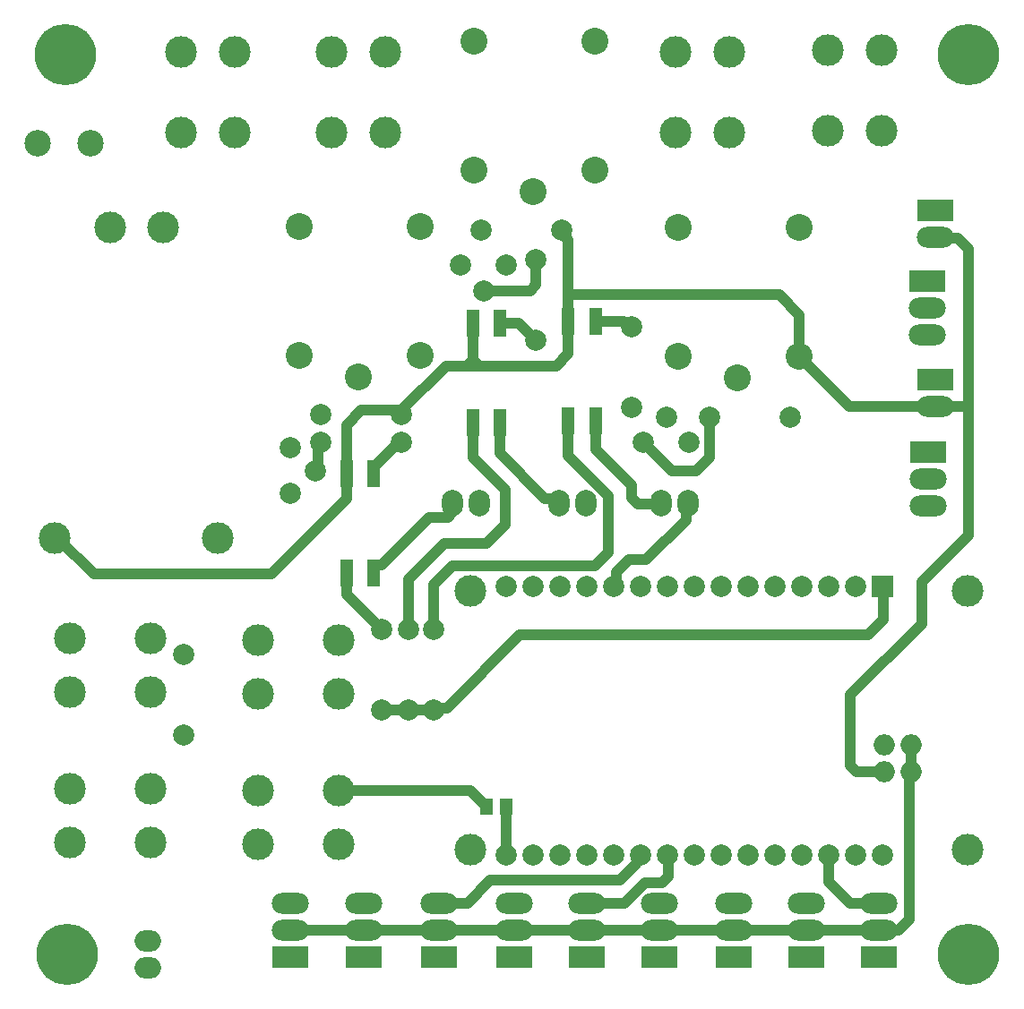
<source format=gtl>
G04*
G04 #@! TF.GenerationSoftware,Altium Limited,Altium Designer,20.0.13 (296)*
G04*
G04 Layer_Physical_Order=1*
G04 Layer_Color=255*
%FSLAX25Y25*%
%MOIN*%
G70*
G01*
G75*
%ADD33R,0.05118X0.05906*%
%ADD34R,0.05118X0.09843*%
%ADD35C,0.03937*%
%ADD36C,0.11811*%
%ADD37C,0.07874*%
%ADD38R,0.07874X0.07874*%
%ADD39O,0.09843X0.07874*%
%ADD40O,0.13780X0.07874*%
%ADD41R,0.13780X0.07874*%
%ADD42O,0.07874X0.07874*%
%ADD43O,0.07874X0.07874*%
%ADD44C,0.09843*%
%ADD45O,0.07874X0.09843*%
%ADD46C,0.10000*%
%ADD47C,0.22835*%
%ADD48C,0.03937*%
D33*
X183500Y75000D02*
D03*
X176020D02*
D03*
D34*
X206480Y255504D02*
D03*
X216520D02*
D03*
Y218496D02*
D03*
X206480D02*
D03*
X170980Y255004D02*
D03*
X181020D02*
D03*
Y217996D02*
D03*
X170980D02*
D03*
X123980Y199004D02*
D03*
X134020D02*
D03*
Y161996D02*
D03*
X123980D02*
D03*
D35*
X161253Y111753D02*
X188500Y139000D01*
X318000D01*
X323583Y144583D01*
X15370Y175000D02*
X16500D01*
X30000Y161500D02*
X96000D01*
X16500Y175000D02*
X30000Y161500D01*
X96000D02*
X123980Y189480D01*
X168674Y239000D02*
X173287D01*
X338000Y143000D02*
Y158500D01*
X311500Y90306D02*
Y116500D01*
X313806Y88000D02*
X324000D01*
X311500Y90306D02*
X313806Y88000D01*
X311500Y116500D02*
X338000Y143000D01*
X323583Y144583D02*
Y152500D01*
X156500Y111000D02*
X157253Y111753D01*
X161253D01*
X147000Y111000D02*
X156500D01*
X177500Y47500D02*
X225533D01*
X231532Y53499D01*
Y53966D02*
X233500Y55935D01*
X231532Y53499D02*
Y53966D01*
X233500Y55935D02*
Y57000D01*
X169000Y39000D02*
X177500Y47500D01*
X158500Y39000D02*
X169000D01*
X186500Y29000D02*
X213500D01*
X158500D02*
X186500D01*
X130500Y29000D02*
X158500Y29000D01*
X101500Y29000D02*
X130500D01*
X121000Y81000D02*
X170020D01*
X175035Y75984D01*
X175429D01*
X176020Y75394D01*
Y75000D02*
Y75394D01*
X123980Y154020D02*
Y161996D01*
X137000Y141000D02*
X137000D01*
X123980Y154020D02*
X137000Y141000D01*
X303500Y47000D02*
Y57000D01*
Y47000D02*
X311500Y39000D01*
X322000D01*
X213500D02*
X227504D01*
X235000Y46496D01*
X322000Y29000D02*
X329500D01*
X295000D02*
X322000D01*
X268000D02*
X295000D01*
X240500D02*
X268000D01*
X213500D02*
X240500D01*
X329500D02*
X333500Y33000D01*
Y87500D02*
X334000Y88000D01*
X333500Y33000D02*
Y87500D01*
X343000Y287000D02*
X343499Y286501D01*
X351499D01*
X355500Y282500D01*
Y224000D02*
Y282500D01*
X292500Y242500D02*
X311000Y224000D01*
X343000D01*
X355500Y176000D02*
Y224000D01*
X343000D02*
X355500D01*
X338000Y158500D02*
X355500Y176000D01*
X235500Y167000D02*
X250247Y181747D01*
Y183747D01*
X229000Y167000D02*
X235500D01*
X250247Y183747D02*
X251000Y184500D01*
X147000Y159500D02*
X160500Y173000D01*
X176000D02*
X183000Y180000D01*
X160500Y173000D02*
X176000D01*
X183000Y180000D02*
Y193000D01*
X170980Y205020D02*
X183000Y193000D01*
X170980Y205020D02*
Y217996D01*
X181020Y206480D02*
Y217996D01*
X197762Y189738D02*
X201181D01*
X202000Y185500D02*
Y188919D01*
X201181Y189738D02*
X202000Y188919D01*
X181020Y206480D02*
X197762Y189738D01*
X230000Y189806D02*
Y194500D01*
Y189806D02*
X232306Y187500D01*
X240141D01*
X223421Y156346D02*
X224175Y157100D01*
Y162186D01*
X123980Y199004D02*
Y216980D01*
X183500Y59000D02*
Y74016D01*
X235000Y46496D02*
X241276D01*
X243583Y48802D02*
Y56496D01*
X241276Y46496D02*
X243583Y48802D01*
X334000Y88000D02*
Y98000D01*
X123980Y189480D02*
Y199004D01*
X206480Y265500D02*
X285000D01*
X292500Y258000D01*
X206480Y255504D02*
Y265500D01*
Y285954D01*
X292500Y242500D02*
Y258000D01*
X224336Y162336D02*
X229000Y167000D01*
X259000Y205000D02*
Y220000D01*
X254000Y200000D02*
X259000Y205000D01*
X245000Y200000D02*
X254000D01*
X234500Y210500D02*
X245000Y200000D01*
X216520Y207980D02*
X230000Y194500D01*
X206480Y205520D02*
X221500Y190500D01*
Y169500D02*
Y190500D01*
X216500Y164500D02*
X221500Y169500D01*
X216520Y207980D02*
Y218496D01*
X206480Y205520D02*
Y218496D01*
X163500Y164500D02*
X216500D01*
X156500Y157500D02*
X163500Y164500D01*
X156500Y141000D02*
Y157500D01*
X147000Y141000D02*
Y159500D01*
X134020Y161996D02*
Y164358D01*
X134610Y164949D01*
X136972D01*
X154786Y182762D01*
X161762D01*
X163500Y184500D01*
X112500Y200000D02*
X113253Y200753D01*
Y208688D01*
X114500Y209935D01*
Y211000D01*
X134020Y199004D02*
Y201366D01*
X143654Y211000D01*
X144500D01*
X123980Y216980D02*
X129500Y222500D01*
X144500D01*
X181020Y255004D02*
X187996D01*
X194500Y248500D01*
X175000Y267000D02*
X192194D01*
X194500Y269306D02*
Y278500D01*
X192194Y267000D02*
X194500Y269306D01*
X216520Y255504D02*
X226931D01*
X228935Y253500D01*
X230000D01*
X204000Y288435D02*
X206480Y285954D01*
X204000Y288435D02*
Y289500D01*
X161000Y239000D02*
X168674D01*
X170980Y241306D01*
X144500Y222500D02*
X161000Y239000D01*
X206480Y243480D02*
Y255504D01*
X202000Y239000D02*
X206480Y243480D01*
X173287Y239000D02*
X202000D01*
X170980Y241306D02*
Y255004D01*
Y241306D02*
X173287Y239000D01*
X243500Y56579D02*
X243583Y56496D01*
X137000Y111000D02*
X147000D01*
X323421Y56346D02*
X324175Y55593D01*
D36*
X354839Y155347D02*
D03*
Y58850D02*
D03*
X169996D02*
D03*
Y155347D02*
D03*
X91000Y137000D02*
D03*
X121000D02*
D03*
X91000Y117000D02*
D03*
X121000D02*
D03*
X15370Y175000D02*
D03*
X76000D02*
D03*
X35842Y290748D02*
D03*
X55528D02*
D03*
X323000Y356500D02*
D03*
Y326500D02*
D03*
X303000Y356500D02*
D03*
Y326500D02*
D03*
X266500Y356000D02*
D03*
Y326000D02*
D03*
X246500Y356000D02*
D03*
Y326000D02*
D03*
X138500Y356000D02*
D03*
Y326000D02*
D03*
X118500Y356000D02*
D03*
Y326000D02*
D03*
X82500Y356000D02*
D03*
Y326000D02*
D03*
X62500Y356000D02*
D03*
Y326000D02*
D03*
X51000Y117500D02*
D03*
X21000D02*
D03*
X51000Y137500D02*
D03*
X21000D02*
D03*
X121000Y61000D02*
D03*
X91000D02*
D03*
X121000Y81000D02*
D03*
X91000D02*
D03*
X51000Y61500D02*
D03*
X21000D02*
D03*
X51000Y81500D02*
D03*
X21000D02*
D03*
D37*
X183500Y57000D02*
D03*
X193500D02*
D03*
X203500D02*
D03*
X213500D02*
D03*
X223500D02*
D03*
X233500D02*
D03*
X243500D02*
D03*
X253500D02*
D03*
X263500D02*
D03*
X273500D02*
D03*
X283500D02*
D03*
X293500D02*
D03*
X303500D02*
D03*
X313500D02*
D03*
X323500D02*
D03*
X183500Y157000D02*
D03*
X193500D02*
D03*
X203500D02*
D03*
X213500D02*
D03*
X223500D02*
D03*
X233500D02*
D03*
X243500D02*
D03*
X253500D02*
D03*
X263500D02*
D03*
X273500D02*
D03*
X283500D02*
D03*
X293500D02*
D03*
X303500D02*
D03*
X313500D02*
D03*
X63500Y131500D02*
D03*
Y101500D02*
D03*
X114500Y210500D02*
D03*
X144500D02*
D03*
X194500Y278500D02*
D03*
Y248500D02*
D03*
X230000Y223500D02*
D03*
Y253500D02*
D03*
X156500Y141000D02*
D03*
Y111000D02*
D03*
X147000Y141000D02*
D03*
Y111000D02*
D03*
X137000Y141000D02*
D03*
Y111000D02*
D03*
X251500Y210500D02*
D03*
X243000Y220000D02*
D03*
X234500Y210500D02*
D03*
X259000Y220000D02*
D03*
X289000D02*
D03*
X174000Y289500D02*
D03*
X204000D02*
D03*
X166500Y276500D02*
D03*
X175000Y267000D02*
D03*
X183500Y276500D02*
D03*
X114500Y221000D02*
D03*
X144500D02*
D03*
X103000Y191500D02*
D03*
X112500Y200000D02*
D03*
X103000Y208500D02*
D03*
D38*
X323500Y157000D02*
D03*
D39*
X50000Y25000D02*
D03*
Y15000D02*
D03*
D40*
X103000Y39000D02*
D03*
Y29000D02*
D03*
X130500Y39000D02*
D03*
Y29000D02*
D03*
X158500Y39000D02*
D03*
Y29000D02*
D03*
X186500Y39000D02*
D03*
Y29000D02*
D03*
X213500Y39000D02*
D03*
Y29000D02*
D03*
X240500Y39000D02*
D03*
Y29000D02*
D03*
X268000Y39000D02*
D03*
Y29000D02*
D03*
X295000Y39000D02*
D03*
Y29000D02*
D03*
X322000Y39000D02*
D03*
Y29000D02*
D03*
X340000Y250500D02*
D03*
Y260500D02*
D03*
X340500Y187000D02*
D03*
Y197000D02*
D03*
X343000Y287000D02*
D03*
Y224000D02*
D03*
D41*
X103000Y19000D02*
D03*
X130500Y19000D02*
D03*
X158500Y19000D02*
D03*
X186500D02*
D03*
X213500D02*
D03*
X240500D02*
D03*
X268000D02*
D03*
X295000D02*
D03*
X322000D02*
D03*
X340000Y270500D02*
D03*
X340500Y207000D02*
D03*
X343000Y297000D02*
D03*
Y234000D02*
D03*
D42*
X334000Y98000D02*
D03*
X324000D02*
D03*
D43*
Y88000D02*
D03*
X334000D02*
D03*
D44*
X9000Y322000D02*
D03*
X28685D02*
D03*
D45*
X251000Y188000D02*
D03*
X241000D02*
D03*
X213000D02*
D03*
X203000D02*
D03*
X173500D02*
D03*
X163500D02*
D03*
D46*
X292500Y290500D02*
D03*
X247500D02*
D03*
X269500Y234500D02*
D03*
X292500Y242500D02*
D03*
X247500D02*
D03*
X151500Y291000D02*
D03*
X106500D02*
D03*
X128500Y235000D02*
D03*
X151500Y243000D02*
D03*
X106500D02*
D03*
X216500Y360000D02*
D03*
X171500D02*
D03*
X193500Y304000D02*
D03*
X216500Y312000D02*
D03*
X171500D02*
D03*
D47*
X19500Y355000D02*
D03*
X20000Y20000D02*
D03*
X355500D02*
D03*
Y355000D02*
D03*
D48*
X25624Y348875D02*
D03*
X13375D02*
D03*
X10839Y355000D02*
D03*
X13375Y361124D02*
D03*
X25821Y361223D02*
D03*
X28358Y355098D02*
D03*
X19500Y346339D02*
D03*
Y363661D02*
D03*
X26125Y13875D02*
D03*
X13875D02*
D03*
X11339Y20000D02*
D03*
X13875Y26125D02*
D03*
X26321Y26223D02*
D03*
X28858Y20098D02*
D03*
X20000Y11339D02*
D03*
Y28661D02*
D03*
X361625Y13875D02*
D03*
X349376D02*
D03*
X346839Y20000D02*
D03*
X349376Y26125D02*
D03*
X361821Y26223D02*
D03*
X364358Y20098D02*
D03*
X355500Y11339D02*
D03*
Y28661D02*
D03*
X361625Y348875D02*
D03*
X349376D02*
D03*
X346839Y355000D02*
D03*
X349376Y361124D02*
D03*
X361821Y361223D02*
D03*
X364358Y355098D02*
D03*
X355500Y346339D02*
D03*
Y363661D02*
D03*
M02*

</source>
